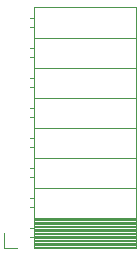
<source format=gbr>
%TF.GenerationSoftware,KiCad,Pcbnew,(5.1.9-0-10_14)*%
%TF.CreationDate,2021-03-17T23:59:50+01:00*%
%TF.ProjectId,PogoDebug,506f676f-4465-4627-9567-2e6b69636164,rev?*%
%TF.SameCoordinates,Original*%
%TF.FileFunction,Legend,Top*%
%TF.FilePolarity,Positive*%
%FSLAX46Y46*%
G04 Gerber Fmt 4.6, Leading zero omitted, Abs format (unit mm)*
G04 Created by KiCad (PCBNEW (5.1.9-0-10_14)) date 2021-03-17 23:59:50*
%MOMM*%
%LPD*%
G01*
G04 APERTURE LIST*
%ADD10C,0.120000*%
G04 APERTURE END LIST*
D10*
%TO.C,J10*%
X163225000Y-112335000D02*
X154595000Y-112335000D01*
X163225000Y-112216905D02*
X154595000Y-112216905D01*
X163225000Y-112098810D02*
X154595000Y-112098810D01*
X163225000Y-111980715D02*
X154595000Y-111980715D01*
X163225000Y-111862620D02*
X154595000Y-111862620D01*
X163225000Y-111744525D02*
X154595000Y-111744525D01*
X163225000Y-111626430D02*
X154595000Y-111626430D01*
X163225000Y-111508335D02*
X154595000Y-111508335D01*
X163225000Y-111390240D02*
X154595000Y-111390240D01*
X163225000Y-111272145D02*
X154595000Y-111272145D01*
X163225000Y-111154050D02*
X154595000Y-111154050D01*
X163225000Y-111035955D02*
X154595000Y-111035955D01*
X163225000Y-110917860D02*
X154595000Y-110917860D01*
X163225000Y-110799765D02*
X154595000Y-110799765D01*
X163225000Y-110681670D02*
X154595000Y-110681670D01*
X163225000Y-110563575D02*
X154595000Y-110563575D01*
X163225000Y-110445480D02*
X154595000Y-110445480D01*
X163225000Y-110327385D02*
X154595000Y-110327385D01*
X163225000Y-110209290D02*
X154595000Y-110209290D01*
X163225000Y-110091195D02*
X154595000Y-110091195D01*
X163225000Y-109973100D02*
X154595000Y-109973100D01*
X154595000Y-111485000D02*
X154245000Y-111485000D01*
X154595000Y-110765000D02*
X154245000Y-110765000D01*
X154595000Y-108945000D02*
X154185000Y-108945000D01*
X154595000Y-108225000D02*
X154185000Y-108225000D01*
X154595000Y-106405000D02*
X154185000Y-106405000D01*
X154595000Y-105685000D02*
X154185000Y-105685000D01*
X154595000Y-103865000D02*
X154185000Y-103865000D01*
X154595000Y-103145000D02*
X154185000Y-103145000D01*
X154595000Y-101325000D02*
X154185000Y-101325000D01*
X154595000Y-100605000D02*
X154185000Y-100605000D01*
X154595000Y-98785000D02*
X154185000Y-98785000D01*
X154595000Y-98065000D02*
X154185000Y-98065000D01*
X154595000Y-96245000D02*
X154185000Y-96245000D01*
X154595000Y-95525000D02*
X154185000Y-95525000D01*
X154595000Y-93705000D02*
X154185000Y-93705000D01*
X154595000Y-92985000D02*
X154185000Y-92985000D01*
X163225000Y-109855000D02*
X154595000Y-109855000D01*
X163225000Y-107315000D02*
X154595000Y-107315000D01*
X163225000Y-104775000D02*
X154595000Y-104775000D01*
X163225000Y-102235000D02*
X154595000Y-102235000D01*
X163225000Y-99695000D02*
X154595000Y-99695000D01*
X163225000Y-97155000D02*
X154595000Y-97155000D01*
X163225000Y-94615000D02*
X154595000Y-94615000D01*
X163225000Y-112455000D02*
X154595000Y-112455000D01*
X154595000Y-112455000D02*
X154595000Y-92015000D01*
X163225000Y-92015000D02*
X154595000Y-92015000D01*
X163225000Y-112455000D02*
X163225000Y-92015000D01*
X152025000Y-112455000D02*
X152025000Y-111125000D01*
X153135000Y-112455000D02*
X152025000Y-112455000D01*
%TD*%
M02*

</source>
